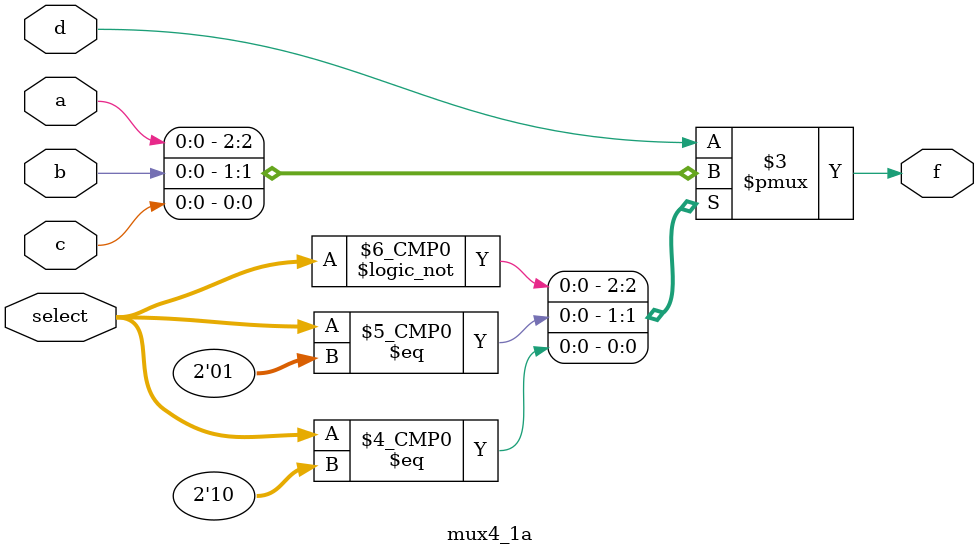
<source format=v>

`timescale 100 ns / 1 ns 

module mux4_1a(select, a,b, c, d, f);
	input [1:0] select; 
	input a,b,c,d; 
	output f; 
	reg f; 

always@(a or b or c or d) 
    begin 
	case(select) 
		2'b00: f = a; 
		2'b01: f = b; 
		2'b10: f = c; 
		default : f = d;  // Necessary to cover all other values (X, Z, ...) and prevent latches

	endcase 

end endmodule 

</source>
